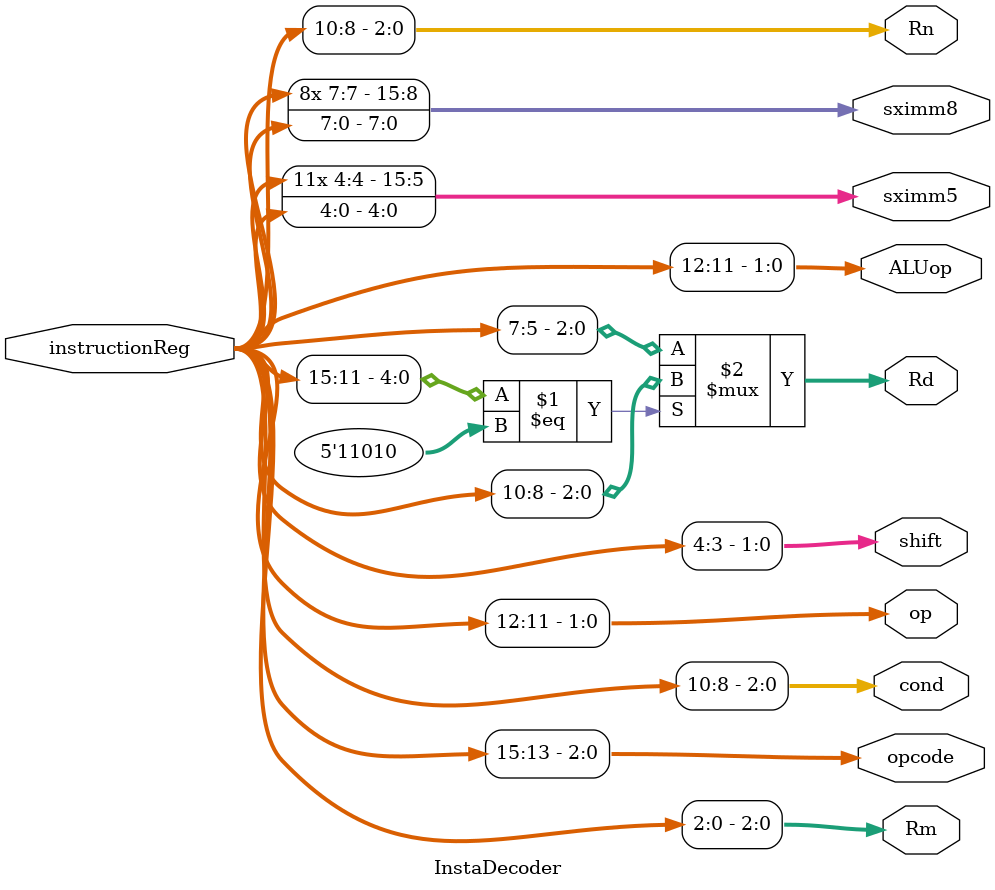
<source format=sv>
module InstaDecoder(instructionReg, opcode, op, ALUop, sximm5, sximm8, shift, Rd, Rn, Rm, cond);
    input [15:0] instructionReg;
    output [15:0] sximm5, sximm8;
    output wire [2:0] Rd, Rn, Rm, opcode, cond;
    output [1:0] op, ALUop, shift;
   
    assign Rd = {opcode, op} == 5'b11010 ? instructionReg[10:8] : instructionReg[7:5];
    assign Rn = instructionReg[10:8];
    assign Rm = instructionReg[2:0];
    assign cond = instructionReg[10:8];
    assign opcode = instructionReg[15:13];
    assign op = instructionReg[12:11];
    assign ALUop = instructionReg[12:11];
    assign shift = instructionReg[4:3];
    assign sximm5 = {{11{instructionReg[4]}}, instructionReg[4:0]};
    assign sximm8 = {{8{instructionReg[7]}}, instructionReg[7:0]};

endmodule : InstaDecoder
</source>
